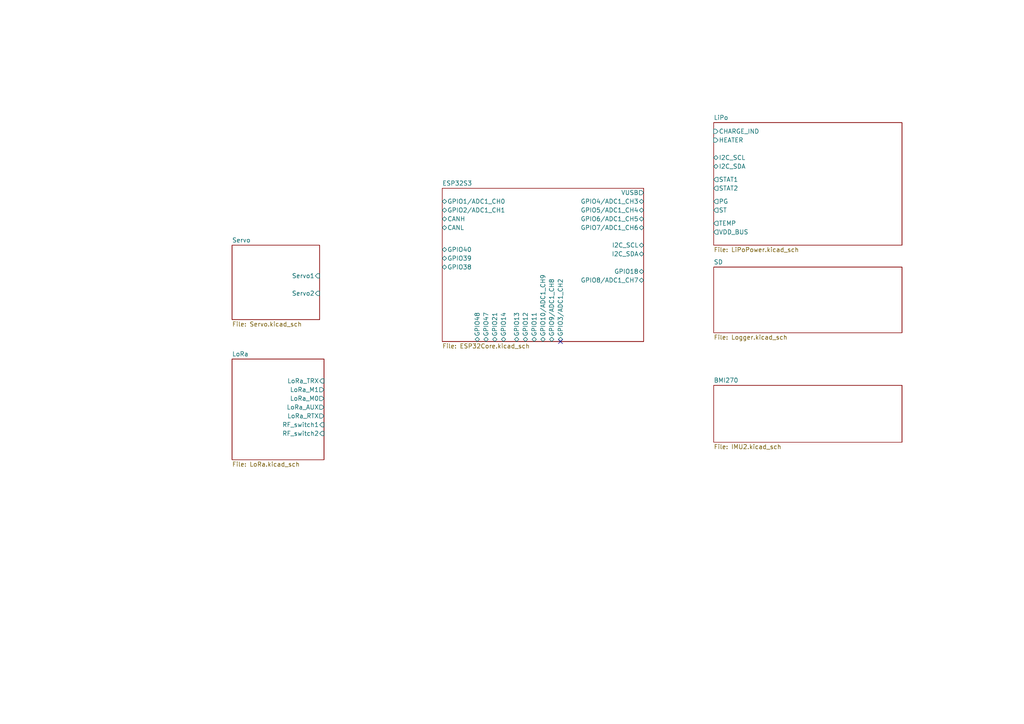
<source format=kicad_sch>
(kicad_sch
	(version 20250114)
	(generator "eeschema")
	(generator_version "9.0")
	(uuid "718e9fc1-0aec-4051-b929-e6ccf2afef13")
	(paper "A4")
	(lib_symbols)
	(no_connect
		(at 162.56 99.06)
		(uuid "c2888a4b-1a28-4c2b-85e2-86eb65a7f954")
	)
	(sheet
		(at 207.01 111.76)
		(size 54.61 16.51)
		(exclude_from_sim no)
		(in_bom yes)
		(on_board yes)
		(dnp no)
		(fields_autoplaced yes)
		(stroke
			(width 0.1524)
			(type solid)
		)
		(fill
			(color 0 0 0 0.0000)
		)
		(uuid "258d44bb-b520-4b67-9cdf-1f65787abd81")
		(property "Sheetname" "BMI270"
			(at 207.01 111.0484 0)
			(effects
				(font
					(size 1.27 1.27)
				)
				(justify left bottom)
			)
		)
		(property "Sheetfile" "IMU2.kicad_sch"
			(at 207.01 128.8546 0)
			(effects
				(font
					(size 1.27 1.27)
				)
				(justify left top)
			)
		)
		(instances
			(project "GOLIDEN"
				(path "/718e9fc1-0aec-4051-b929-e6ccf2afef13"
					(page "5")
				)
			)
		)
	)
	(sheet
		(at 67.31 71.12)
		(size 25.4 21.59)
		(exclude_from_sim no)
		(in_bom yes)
		(on_board yes)
		(dnp no)
		(fields_autoplaced yes)
		(stroke
			(width 0.1524)
			(type solid)
		)
		(fill
			(color 0 0 0 0.0000)
		)
		(uuid "41f0ddf7-c41b-4c15-b9a9-59b78aa5b735")
		(property "Sheetname" "Servo"
			(at 67.31 70.4084 0)
			(effects
				(font
					(size 1.27 1.27)
				)
				(justify left bottom)
			)
		)
		(property "Sheetfile" "Servo.kicad_sch"
			(at 67.31 93.2946 0)
			(effects
				(font
					(size 1.27 1.27)
				)
				(justify left top)
			)
		)
		(pin "Servo1" input
			(at 92.71 80.01 0)
			(uuid "0a4f4185-76fc-49c6-9862-4d1fc31acc7f")
			(effects
				(font
					(size 1.27 1.27)
				)
				(justify right)
			)
		)
		(pin "Servo2" input
			(at 92.71 85.09 0)
			(uuid "f5c262bc-78cb-4127-924f-8dcb2a283b2b")
			(effects
				(font
					(size 1.27 1.27)
				)
				(justify right)
			)
		)
		(instances
			(project "GOLIDEN"
				(path "/718e9fc1-0aec-4051-b929-e6ccf2afef13"
					(page "6")
				)
			)
		)
	)
	(sheet
		(at 67.31 104.14)
		(size 26.67 29.21)
		(exclude_from_sim no)
		(in_bom yes)
		(on_board yes)
		(dnp no)
		(fields_autoplaced yes)
		(stroke
			(width 0.1524)
			(type solid)
		)
		(fill
			(color 0 0 0 0.0000)
		)
		(uuid "62d39229-64df-434c-b537-8e099071c95b")
		(property "Sheetname" "LoRa"
			(at 67.31 103.4284 0)
			(effects
				(font
					(size 1.27 1.27)
				)
				(justify left bottom)
			)
		)
		(property "Sheetfile" "LoRa.kicad_sch"
			(at 67.31 133.9346 0)
			(effects
				(font
					(size 1.27 1.27)
				)
				(justify left top)
			)
		)
		(pin "LoRa_AUX" output
			(at 93.98 118.11 0)
			(uuid "f73f34e2-d151-47de-afe7-b5c6c4da864d")
			(effects
				(font
					(size 1.27 1.27)
				)
				(justify right)
			)
		)
		(pin "LoRa_M0" output
			(at 93.98 115.57 0)
			(uuid "887bfe46-9315-493a-ba56-08b74abf5ed7")
			(effects
				(font
					(size 1.27 1.27)
				)
				(justify right)
			)
		)
		(pin "LoRa_M1" output
			(at 93.98 113.03 0)
			(uuid "f5a579f0-af3d-4625-95bc-95f34eabd189")
			(effects
				(font
					(size 1.27 1.27)
				)
				(justify right)
			)
		)
		(pin "LoRa_RTX" output
			(at 93.98 120.65 0)
			(uuid "09e907cc-2a23-4a1d-bb2b-9a9aa563e03d")
			(effects
				(font
					(size 1.27 1.27)
				)
				(justify right)
			)
		)
		(pin "LoRa_TRX" input
			(at 93.98 110.49 0)
			(uuid "4fd72297-d6ba-4ffc-804c-8778a78fd9c8")
			(effects
				(font
					(size 1.27 1.27)
				)
				(justify right)
			)
		)
		(pin "RF_switch1" input
			(at 93.98 123.19 0)
			(uuid "8b7347c2-079d-48aa-8af4-58ed6904088b")
			(effects
				(font
					(size 1.27 1.27)
				)
				(justify right)
			)
		)
		(pin "RF_switch2" input
			(at 93.98 125.73 0)
			(uuid "960f67fc-e6fa-4012-aa94-a44bd139b6a8")
			(effects
				(font
					(size 1.27 1.27)
				)
				(justify right)
			)
		)
		(instances
			(project "GOLIDEN"
				(path "/718e9fc1-0aec-4051-b929-e6ccf2afef13"
					(page "7")
				)
			)
		)
	)
	(sheet
		(at 207.01 35.56)
		(size 54.61 35.56)
		(exclude_from_sim no)
		(in_bom yes)
		(on_board yes)
		(dnp no)
		(fields_autoplaced yes)
		(stroke
			(width 0.1524)
			(type solid)
		)
		(fill
			(color 0 0 0 0.0000)
		)
		(uuid "645bba05-ae11-4008-82a3-847288d6fd66")
		(property "Sheetname" "LiPo"
			(at 207.01 34.8484 0)
			(effects
				(font
					(size 1.27 1.27)
				)
				(justify left bottom)
			)
		)
		(property "Sheetfile" "LiPoPower.kicad_sch"
			(at 207.01 71.7046 0)
			(effects
				(font
					(size 1.27 1.27)
				)
				(justify left top)
			)
		)
		(pin "CHARGE_IND" input
			(at 207.01 38.1 180)
			(uuid "288a1064-cab8-4238-a5d2-edee6e796fd9")
			(effects
				(font
					(size 1.27 1.27)
				)
				(justify left)
			)
		)
		(pin "HEATER" input
			(at 207.01 40.64 180)
			(uuid "5b673e51-5aa2-4042-822e-6538900bef77")
			(effects
				(font
					(size 1.27 1.27)
				)
				(justify left)
			)
		)
		(pin "I2C_SCL" bidirectional
			(at 207.01 45.72 180)
			(uuid "858d3812-a752-4f9b-a00c-e6b7c044afa0")
			(effects
				(font
					(size 1.27 1.27)
				)
				(justify left)
			)
		)
		(pin "I2C_SDA" bidirectional
			(at 207.01 48.26 180)
			(uuid "aef6272d-925f-4830-8006-4edadbb13918")
			(effects
				(font
					(size 1.27 1.27)
				)
				(justify left)
			)
		)
		(pin "PG" output
			(at 207.01 58.42 180)
			(uuid "af45f1a4-78d1-489e-8474-5c0d578c3cbb")
			(effects
				(font
					(size 1.27 1.27)
				)
				(justify left)
			)
		)
		(pin "ST" output
			(at 207.01 60.96 180)
			(uuid "d4f2cb36-a90c-4d76-b620-f2e5b7afe1f6")
			(effects
				(font
					(size 1.27 1.27)
				)
				(justify left)
			)
		)
		(pin "STAT1" output
			(at 207.01 52.07 180)
			(uuid "eca6de4f-0d5d-41ab-a80d-0c9c25bc30f0")
			(effects
				(font
					(size 1.27 1.27)
				)
				(justify left)
			)
		)
		(pin "STAT2" output
			(at 207.01 54.61 180)
			(uuid "df4db4aa-57a4-4767-aa11-e347224f3dc9")
			(effects
				(font
					(size 1.27 1.27)
				)
				(justify left)
			)
		)
		(pin "TEMP" output
			(at 207.01 64.77 180)
			(uuid "321ab6d6-8388-4d4d-9ccc-2544134115e8")
			(effects
				(font
					(size 1.27 1.27)
				)
				(justify left)
			)
		)
		(pin "VDD_BUS" output
			(at 207.01 67.31 180)
			(uuid "d2d3620a-aa27-4190-9fac-952141040edb")
			(effects
				(font
					(size 1.27 1.27)
				)
				(justify left)
			)
		)
		(instances
			(project "GOLIDEN"
				(path "/718e9fc1-0aec-4051-b929-e6ccf2afef13"
					(page "3")
				)
			)
		)
	)
	(sheet
		(at 128.27 54.61)
		(size 58.42 44.45)
		(exclude_from_sim no)
		(in_bom yes)
		(on_board yes)
		(dnp no)
		(fields_autoplaced yes)
		(stroke
			(width 0.1524)
			(type solid)
		)
		(fill
			(color 0 0 0 0.0000)
		)
		(uuid "c7a87c4f-52e5-4220-b36c-4b69bf35c2b4")
		(property "Sheetname" "ESP32S3"
			(at 128.27 53.8984 0)
			(effects
				(font
					(size 1.27 1.27)
				)
				(justify left bottom)
			)
		)
		(property "Sheetfile" "ESP32Core.kicad_sch"
			(at 128.27 99.6446 0)
			(effects
				(font
					(size 1.27 1.27)
				)
				(justify left top)
			)
		)
		(pin "CANH" bidirectional
			(at 128.27 63.5 180)
			(uuid "dad2b0f5-c126-47a1-a425-4eff7e54605c")
			(effects
				(font
					(size 1.27 1.27)
				)
				(justify left)
			)
		)
		(pin "CANL" bidirectional
			(at 128.27 66.04 180)
			(uuid "77a967b2-a814-4e14-93d9-80acac021f98")
			(effects
				(font
					(size 1.27 1.27)
				)
				(justify left)
			)
		)
		(pin "GPIO1{slash}ADC1_CH0" bidirectional
			(at 128.27 58.42 180)
			(uuid "6b41115f-e446-4c0b-9cca-2021d5a753df")
			(effects
				(font
					(size 1.27 1.27)
				)
				(justify left)
			)
		)
		(pin "GPIO2{slash}ADC1_CH1" bidirectional
			(at 128.27 60.96 180)
			(uuid "1025ca13-d090-4bbc-9947-1ddabc776abd")
			(effects
				(font
					(size 1.27 1.27)
				)
				(justify left)
			)
		)
		(pin "GPIO3{slash}ADC1_CH2" bidirectional
			(at 162.56 99.06 270)
			(uuid "ccca667a-7910-4de4-8fde-4d94c4d20e29")
			(effects
				(font
					(size 1.27 1.27)
				)
				(justify left)
			)
		)
		(pin "GPIO4{slash}ADC1_CH3" bidirectional
			(at 186.69 58.42 0)
			(uuid "47806403-8e31-405c-9c7f-07eff4db669f")
			(effects
				(font
					(size 1.27 1.27)
				)
				(justify right)
			)
		)
		(pin "GPIO5{slash}ADC1_CH4" bidirectional
			(at 186.69 60.96 0)
			(uuid "034f964e-5c77-4d8f-8833-287cc8952f41")
			(effects
				(font
					(size 1.27 1.27)
				)
				(justify right)
			)
		)
		(pin "GPIO6{slash}ADC1_CH5" bidirectional
			(at 186.69 63.5 0)
			(uuid "10ba2525-5c20-4c73-8752-763e624f12ad")
			(effects
				(font
					(size 1.27 1.27)
				)
				(justify right)
			)
		)
		(pin "GPIO7{slash}ADC1_CH6" bidirectional
			(at 186.69 66.04 0)
			(uuid "f5364d0e-eeb3-4442-a847-49491b8092eb")
			(effects
				(font
					(size 1.27 1.27)
				)
				(justify right)
			)
		)
		(pin "GPIO8{slash}ADC1_CH7" bidirectional
			(at 186.69 81.28 0)
			(uuid "03047863-d79e-47d9-8b8b-3246c683ba98")
			(effects
				(font
					(size 1.27 1.27)
				)
				(justify right)
			)
		)
		(pin "GPIO9{slash}ADC1_CH8" bidirectional
			(at 160.02 99.06 270)
			(uuid "170241eb-8b82-4908-970c-a8773d38f27a")
			(effects
				(font
					(size 1.27 1.27)
				)
				(justify left)
			)
		)
		(pin "GPIO10{slash}ADC1_CH9" bidirectional
			(at 157.48 99.06 270)
			(uuid "c653d675-60ca-4cbd-bc7b-c2263a486cef")
			(effects
				(font
					(size 1.27 1.27)
				)
				(justify left)
			)
		)
		(pin "GPIO11" bidirectional
			(at 154.94 99.06 270)
			(uuid "20ea9c60-dec4-4c90-a326-824eb1bc27c8")
			(effects
				(font
					(size 1.27 1.27)
				)
				(justify left)
			)
		)
		(pin "GPIO12" bidirectional
			(at 152.4 99.06 270)
			(uuid "3aba50b1-8e47-4138-9d23-e29717318599")
			(effects
				(font
					(size 1.27 1.27)
				)
				(justify left)
			)
		)
		(pin "GPIO13" bidirectional
			(at 149.86 99.06 270)
			(uuid "f4b1dfa3-2e51-4997-bb2c-71f0e37c3759")
			(effects
				(font
					(size 1.27 1.27)
				)
				(justify left)
			)
		)
		(pin "GPIO14" bidirectional
			(at 146.05 99.06 270)
			(uuid "79fb1267-628c-45e8-a4fc-63a5c8474b3f")
			(effects
				(font
					(size 1.27 1.27)
				)
				(justify left)
			)
		)
		(pin "GPIO18" bidirectional
			(at 186.69 78.74 0)
			(uuid "f5edbd14-45d7-4330-92ed-47fa24236863")
			(effects
				(font
					(size 1.27 1.27)
				)
				(justify right)
			)
		)
		(pin "GPIO21" bidirectional
			(at 143.51 99.06 270)
			(uuid "66c83d66-cf5a-4d9e-b1ed-da952b0edd86")
			(effects
				(font
					(size 1.27 1.27)
				)
				(justify left)
			)
		)
		(pin "GPIO38" bidirectional
			(at 128.27 77.47 180)
			(uuid "4524b402-1905-4719-b04b-d4b2ea630f23")
			(effects
				(font
					(size 1.27 1.27)
				)
				(justify left)
			)
		)
		(pin "GPIO39" bidirectional
			(at 128.27 74.93 180)
			(uuid "0187566d-2f46-4e3c-a2a7-a1b4736eafb1")
			(effects
				(font
					(size 1.27 1.27)
				)
				(justify left)
			)
		)
		(pin "GPIO40" bidirectional
			(at 128.27 72.39 180)
			(uuid "53ebaddc-f515-4874-be44-3d967032dcff")
			(effects
				(font
					(size 1.27 1.27)
				)
				(justify left)
			)
		)
		(pin "GPIO47" bidirectional
			(at 140.97 99.06 270)
			(uuid "7ba312a2-bd01-4fc0-a402-031e1ca46449")
			(effects
				(font
					(size 1.27 1.27)
				)
				(justify left)
			)
		)
		(pin "GPIO48" bidirectional
			(at 138.43 99.06 270)
			(uuid "e3f8480a-24d9-4b21-8014-e7b0e5b59ff9")
			(effects
				(font
					(size 1.27 1.27)
				)
				(justify left)
			)
		)
		(pin "I2C_SCL" bidirectional
			(at 186.69 71.12 0)
			(uuid "4e9db009-7636-4f62-9c6f-4d19603f69e4")
			(effects
				(font
					(size 1.27 1.27)
				)
				(justify right)
			)
		)
		(pin "I2C_SDA" bidirectional
			(at 186.69 73.66 0)
			(uuid "a48d0f1b-54ef-4efc-a1bc-612c3ce3d2b2")
			(effects
				(font
					(size 1.27 1.27)
				)
				(justify right)
			)
		)
		(pin "VUSB" output
			(at 186.69 55.88 0)
			(uuid "fedfd602-06ca-46dd-a015-f920021daf64")
			(effects
				(font
					(size 1.27 1.27)
				)
				(justify right)
			)
		)
		(instances
			(project "GOLIDEN"
				(path "/718e9fc1-0aec-4051-b929-e6ccf2afef13"
					(page "2")
				)
			)
		)
	)
	(sheet
		(at 207.01 77.47)
		(size 54.61 19.05)
		(exclude_from_sim no)
		(in_bom yes)
		(on_board yes)
		(dnp no)
		(fields_autoplaced yes)
		(stroke
			(width 0.1524)
			(type solid)
		)
		(fill
			(color 0 0 0 0.0000)
		)
		(uuid "f8721561-3d07-4004-addc-6e0929d6ce8e")
		(property "Sheetname" "SD"
			(at 207.01 76.7584 0)
			(effects
				(font
					(size 1.27 1.27)
				)
				(justify left bottom)
			)
		)
		(property "Sheetfile" "Logger.kicad_sch"
			(at 207.01 97.1046 0)
			(effects
				(font
					(size 1.27 1.27)
				)
				(justify left top)
			)
		)
		(instances
			(project "GOLIDEN"
				(path "/718e9fc1-0aec-4051-b929-e6ccf2afef13"
					(page "4")
				)
			)
		)
	)
	(sheet_instances
		(path "/"
			(page "1")
		)
	)
	(embedded_fonts no)
)

</source>
